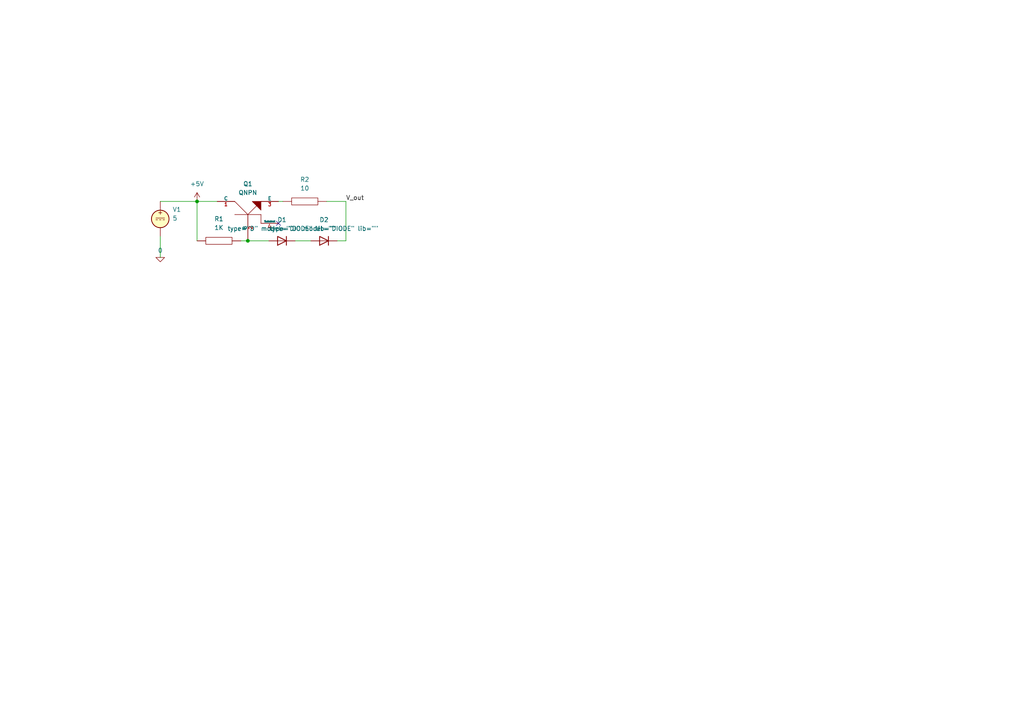
<source format=kicad_sch>
(kicad_sch (version 20211123) (generator eeschema)
  (paper "A4")
  (lib_symbols
    (symbol "Simulation_SPICE:DIODE" (pin_numbers hide) (pin_names (offset 1.016) hide)
      (property "Reference" "D" (at 0 2.54 0))
      (property "Value" "DIODE" (at 0 -2.54 0))
      (symbol "DIODE_0_1"
        (polyline (pts (xy 1.27 0) (xy -1.27 0)))
        (polyline (pts (xy 1.27 1.27) (xy 1.27 -1.27)) (stroke (width 0.254)))
        (polyline (pts (xy -1.27 -1.27) (xy -1.27 1.27) (xy 1.27 0) (xy -1.27 -1.27)) (stroke (width 0.254)))
      )
      (symbol "DIODE_1_1"
        (pin passive line (at -3.81 0 0) (length 2.54) (name "A") (number "1"))
        (pin passive line (at 3.81 0 180) (length 2.54) (name "K") (number "2"))
      )
    )
    (symbol "Simulation_SPICE:VDC" (pin_numbers hide) (pin_names (offset 0.0254))
      (property "Reference" "V" (at 2.54 2.54 0))
      (property "Value" "VDC" (at 2.54 0 0))
      (property "Spice_Model" "dc(1)" (at 2.54 -2.54 0))
      (symbol "VDC_0_0"
        (polyline (pts (xy -1.27 0.254) (xy 1.27 0.254)))
        (polyline (pts (xy -0.762 -0.254) (xy -1.27 -0.254)))
        (polyline (pts (xy 0.254 -0.254) (xy -0.254 -0.254)))
        (polyline (pts (xy 1.27 -0.254) (xy 0.762 -0.254)))
        (text "+" (at 0 1.905 0) (effects (font (size 1.27 1.27))))
      )
      (symbol "VDC_0_1"
        (circle (center 0 0) (radius 2.54) (stroke (width 0.254)) (fill (type background)))
      )
      (symbol "VDC_1_1"
        (pin passive line (at 0 5.08 270) (length 2.54) (name "~") (number "1"))
        (pin passive line (at 0 -5.08 90) (length 2.54) (name "~") (number "2"))
      )
    )
    (symbol "power:+5V" (power) (pin_names (offset 0))
      (property "Value" "+5V" (at 0 3.556 0))
      (symbol "+5V_0_1"
        (polyline (pts (xy -0.762 1.27) (xy 0 2.54)))
        (polyline (pts (xy 0 0) (xy 0 2.54)))
        (polyline (pts (xy 0 2.54) (xy 0.762 1.27)))
      )
      (symbol "+5V_1_1"
        (pin power_in line (at 0 0 90) (length 0) hide (name "+5V") (number "1"))
      )
    )
    (symbol "pspice:0" (power) (pin_names (offset 0))
      (property "Value" "0" (at 0 -1.778 0))
      (symbol "0_0_1"
        (polyline (pts (xy -1.27 0) (xy 0 -1.27) (xy 1.27 0) (xy -1.27 0)))
      )
      (symbol "0_1_1"
        (pin power_in line (at 0 0 0) (length 0) hide (name "0") (number "1"))
      )
    )
    (symbol "pspice:QNPN" (pin_names (offset 0))
      (property "Reference" "Q" (at -2.54 7.62 0))
      (property "Value" "QNPN" (at -2.54 5.08 0))
      (symbol "QNPN_0_0"
        (polyline (pts (xy 0 0) (xy 3.81 -3.81)))
        (polyline (pts (xy 3.81 -3.81) (xy 3.81 -1.27) (xy 1.27 -3.81) (xy 3.81 -3.81)) (fill (type outline)))
      )
      (symbol "QNPN_0_1"
        (polyline (pts (xy 0 -3.81) (xy 0 3.81)))
        (polyline (pts (xy 0 0) (xy 3.81 3.81)))
        (polyline (pts (xy -2.54 -3.81) (xy 0 -3.81) (xy 0 -3.81) (xy 0 -3.81)))
      )
      (symbol "QNPN_1_1"
        (pin passive line (at 3.81 8.89 270) (length 5.08) (name "C") (number "1"))
        (pin input line (at -7.62 0 0) (length 7.62) (name "B") (number "2"))
        (pin passive line (at 3.81 -8.89 90) (length 5.08) (name "E") (number "3"))
        (pin input line (at -2.54 -8.89 90) (length 5.08) (name "Substrat") (number "4"))
      )
    )
    (symbol "pspice:R" (pin_numbers hide) (pin_names (offset 0))
      (property "Reference" "R" (at 2.032 0 90))
      (property "Value" "R" (at 0 0 90))
      (symbol "R_0_1"
        (rectangle (start -1.016 3.81) (end 1.016 -3.81))
      )
      (symbol "R_1_1"
        (pin passive line (at 0 6.35 270) (length 2.54) (name "~") (number "1"))
        (pin passive line (at 0 -6.35 90) (length 2.54) (name "~") (number "2"))
      )
    )
  )
  (junction (at 71.882 69.85))
  (junction (at 57.15 58.42))
  (no_connect (at 80.772 64.77))
  (wire (pts (xy 69.85 69.85) (xy 71.882 69.85)))
  (wire (pts (xy 94.742 58.42) (xy 100.33 58.42)))
  (wire (pts (xy 85.598 69.85) (xy 90.17 69.85)))
  (wire (pts (xy 46.482 68.58) (xy 46.482 74.676)))
  (wire (pts (xy 100.33 69.85) (xy 100.33 58.42)))
  (wire (pts (xy 80.772 58.42) (xy 82.042 58.42)))
  (wire (pts (xy 71.882 69.85) (xy 77.978 69.85)))
  (wire (pts (xy 97.79 69.85) (xy 100.33 69.85)))
  (wire (pts (xy 57.15 58.42) (xy 62.992 58.42)))
  (wire (pts (xy 57.15 69.85) (xy 57.15 58.42)))
  (wire (pts (xy 57.15 58.42) (xy 46.482 58.42)))
  (label "V_out" (at 100.33 58.42 0))
  (symbol (lib_id "Simulation_SPICE:DIODE") (at 81.788 69.85 0) (unit 1)
    (property "Reference" "D1" (at 81.788 63.754 0))
    (property "Value" "DIODE" (at 81.788 66.294 0))
    (property "Spice_Netlist_Enabled" "Y" (effects hide))
    (property "Spice_Primitive" "D" (effects hide))
  )
  (symbol (lib_id "Simulation_SPICE:DIODE") (at 93.98 69.85 0) (unit 1)
    (property "Reference" "D2" (at 93.98 63.754 0))
    (property "Value" "DIODE" (at 93.98 66.294 0))
    (property "Spice_Netlist_Enabled" "Y" (effects hide))
    (property "Spice_Primitive" "D" (effects hide))
  )
  (symbol (lib_id "pspice:QNPN") (at 71.882 62.23 90) (unit 1)
    (property "Reference" "Q1" (at 71.882 53.34 90))
    (property "Value" "QNPN" (at 71.882 55.88 90))
    (property "Spice_Primitive" "Q" (effects hide))
    (property "Spice_Model" "QNPN" (effects hide))
    (property "Spice_Netlist_Enabled" "Y" (effects hide))
  )
  (symbol (lib_id "pspice:R") (at 63.5 69.85 90) (unit 1)
    (property "Reference" "R1" (at 63.5 63.5 90))
    (property "Value" "1K" (at 63.5 66.04 90))
  )
  (symbol (lib_id "power:+5V") (at 57.15 58.42 0) (unit 1)
    (property "Reference" "#PWR01" (effects hide))
    (property "Value" "+5V" (at 57.15 53.34 0))
  )
  (symbol (lib_id "Simulation_SPICE:VDC") (at 46.482 63.5 0) (unit 1)
    (property "Reference" "V1" (at 50.038 60.7701 0) (effects (justify left)))
    (property "Value" "VDC" (at 50.038 63.3101 0) (effects (justify left)))
    (property "Spice_Netlist_Enabled" "Y" (effects hide))
    (property "Spice_Primitive" "V" (effects hide))
    (property "Spice_Model" "dc 5" (at 50.038 65.8501 0) (effects (justify left)))
  )
  (symbol (lib_id "pspice:0") (at 46.482 74.676 0) (unit 1)
    (property "Reference" "#GND0101" (effects hide))
    (property "Value" "0" (at 46.482 72.644 0))
  )
  (symbol (lib_id "pspice:R") (at 88.392 58.42 90) (unit 1)
    (property "Reference" "R2" (at 88.392 52.07 90))
    (property "Value" "10" (at 88.392 54.61 90))
  )
)
</source>
